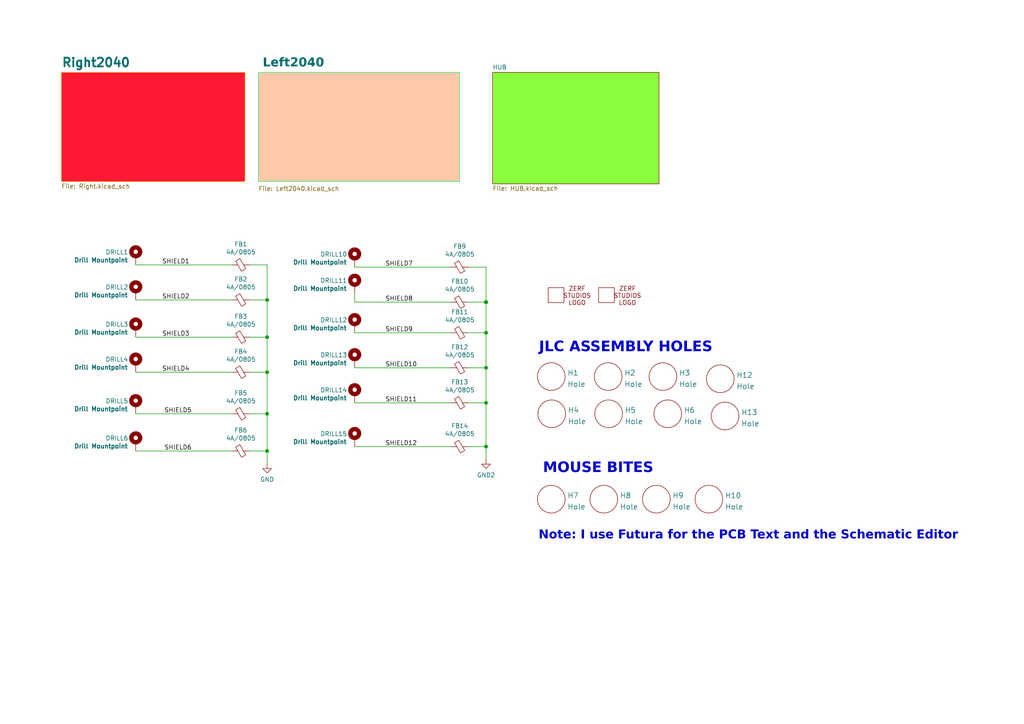
<source format=kicad_sch>
(kicad_sch (version 20230121) (generator eeschema)
  (paper "A4")
  (title_block (title "Chunkier2040 (Chunky2040 Rev 2)") (date "2023-02-11") (rev "2") (company "Zerf Studios") (comment 1 "Copyright 2023") (comment 2 "Freznel B. Sta. Ana"))
  (lib_symbols
    (symbol "Djinn-rescue:Ferrite_Bead_Small-Device" (pin_numbers hide) (pin_names (offset 0))
      (property "Reference" "FB" (at 1.905 1.27 0))
      (property "Value" "Ferrite_Bead_Small-Device" (at 1.905 -1.27 0))
      (symbol "Ferrite_Bead_Small-Device_0_1"
        (polyline (pts (xy 0 -1.27) (xy 0 -0.7874)))
        (polyline (pts (xy 0 0.889) (xy 0 1.2954)))
        (polyline (pts (xy -1.8288 0.2794) (xy -1.1176 1.4986) (xy 1.8288 -0.2032) (xy 1.1176 -1.4224) (xy -1.8288 0.2794)))
      )
      (symbol "Ferrite_Bead_Small-Device_1_1"
        (pin passive line (at 0 2.54 270) (length 1.27) (name "~") (number "1"))
        (pin passive line (at 0 -2.54 90) (length 1.27) (name "~") (number "2"))
      )
    )
    (symbol "Graphic:Logo_Open_Hardware_Large" (in_bom no) (on_board no)
      (symbol "Logo_Open_Hardware_Large_0_1"
        (rectangle (start -2.286 2.286) (end 2.286 -2.032))
        (text "ZERF\nSTUDIOS\nLOGO" (at 6.096 0 0) (effects (font (size 1.27 1.27))))
      )
    )
    (symbol "Hole_1" (pin_names (offset 1.016))
      (property "Reference" "H" (at 0 -1.27 0))
      (property "Value" "Hole" (at 0 1.27 0))
      (symbol "Hole_1_0_1"
        (circle (center 0 0) (radius 4.0132))
      )
    )
    (symbol "Hole_10" (pin_names (offset 1.016))
      (property "Reference" "H" (at 0 -1.27 0))
      (property "Value" "Hole" (at 0 1.27 0))
      (symbol "Hole_10_0_1"
        (circle (center 0 0) (radius 4.0132))
      )
    )
    (symbol "Hole_11" (pin_names (offset 1.016))
      (property "Reference" "H" (at 0 -1.27 0))
      (property "Value" "Hole" (at 0 1.27 0))
      (symbol "Hole_11_0_1"
        (circle (center 0 0) (radius 4.0132))
      )
    )
    (symbol "Hole_2" (pin_names (offset 1.016))
      (property "Reference" "H" (at 0 -1.27 0))
      (property "Value" "Hole" (at 0 1.27 0))
      (symbol "Hole_2_0_1"
        (circle (center 0 0) (radius 4.0132))
      )
    )
    (symbol "Hole_3" (pin_names (offset 1.016))
      (property "Reference" "H" (at 0 -1.27 0))
      (property "Value" "Hole" (at 0 1.27 0))
      (symbol "Hole_3_0_1"
        (circle (center 0 0) (radius 4.0132))
      )
    )
    (symbol "Hole_4" (pin_names (offset 1.016))
      (property "Reference" "H" (at 0 -1.27 0))
      (property "Value" "Hole" (at 0 1.27 0))
      (symbol "Hole_4_0_1"
        (circle (center 0 0) (radius 4.0132))
      )
    )
    (symbol "Hole_5" (pin_names (offset 1.016))
      (property "Reference" "H" (at 0 -1.27 0))
      (property "Value" "Hole" (at 0 1.27 0))
      (symbol "Hole_5_0_1"
        (circle (center 0 0) (radius 4.0132))
      )
    )
    (symbol "Hole_6" (pin_names (offset 1.016))
      (property "Reference" "H" (at 0 -1.27 0))
      (property "Value" "Hole" (at 0 1.27 0))
      (symbol "Hole_6_0_1"
        (circle (center 0 0) (radius 4.0132))
      )
    )
    (symbol "Hole_7" (pin_names (offset 1.016))
      (property "Reference" "H" (at 0 -1.27 0))
      (property "Value" "Hole" (at 0 1.27 0))
      (symbol "Hole_7_0_1"
        (circle (center 0 0) (radius 4.0132))
      )
    )
    (symbol "Hole_8" (pin_names (offset 1.016))
      (property "Reference" "H" (at 0 -1.27 0))
      (property "Value" "Hole" (at 0 1.27 0))
      (symbol "Hole_8_0_1"
        (circle (center 0 0) (radius 4.0132))
      )
    )
    (symbol "Hole_9" (pin_names (offset 1.016))
      (property "Reference" "H" (at 0 -1.27 0))
      (property "Value" "Hole" (at 0 1.27 0))
      (symbol "Hole_9_0_1"
        (circle (center 0 0) (radius 4.0132))
      )
    )
    (symbol "Mechanical:MountingHole_Pad" (pin_numbers hide) (pin_names (offset 1.016) hide)
      (property "Reference" "H" (at 0 6.35 0))
      (property "Value" "MountingHole_Pad" (at 0 4.445 0))
      (symbol "MountingHole_Pad_0_1"
        (circle (center 0 1.27) (radius 1.27) (stroke (width 1.27)))
      )
      (symbol "MountingHole_Pad_1_1"
        (pin input line (at 0 -2.54 90) (length 2.54) (name "1") (number "1"))
      )
    )
    (symbol "keebio:Hole" (pin_names (offset 1.016))
      (property "Reference" "H" (at 0 -1.27 0))
      (property "Value" "Hole" (at 0 1.27 0))
      (symbol "Hole_0_1"
        (circle (center 0 0) (radius 4.0132))
      )
    )
    (symbol "power:GND" (power) (pin_names (offset 0))
      (property "Value" "GND" (at 0 -3.81 0))
      (symbol "GND_0_1"
        (polyline (pts (xy 0 0) (xy 0 -1.27) (xy 1.27 -1.27) (xy 0 -2.54) (xy -1.27 -1.27) (xy 0 -1.27)))
      )
      (symbol "GND_1_1"
        (pin power_in line (at 0 0 270) (length 0) hide (name "GND") (number "1"))
      )
    )
    (symbol "power:GND2" (power) (pin_names (offset 0))
      (property "Value" "GND2" (at 0 -3.81 0))
      (symbol "GND2_0_1"
        (polyline (pts (xy 0 0) (xy 0 -1.27) (xy 1.27 -1.27) (xy 0 -2.54) (xy -1.27 -1.27) (xy 0 -1.27)))
      )
      (symbol "GND2_1_1"
        (pin power_in line (at 0 0 270) (length 0) hide (name "GND2") (number "1"))
      )
    )
    (symbol "prettylib:Ferrite_Bead_Small-Device_Chunky" (pin_numbers hide) (pin_names (offset 0))
      (property "Reference" "FB1" (at 0 6.0198 90))
      (property "Value" "4A/0805" (at 0 3.7084 90))
      (symbol "Ferrite_Bead_Small-Device_Chunky_0_1"
        (polyline (pts (xy 0 -1.27) (xy 0 -0.7874)))
        (polyline (pts (xy 0 0.889) (xy 0 1.2954)))
        (polyline (pts (xy -1.8288 0.2794) (xy -1.1176 1.4986) (xy 1.8288 -0.2032) (xy 1.1176 -1.4224) (xy -1.8288 0.2794)))
      )
      (symbol "Ferrite_Bead_Small-Device_Chunky_1_1"
        (pin passive line (at 0 2.54 270) (length 1.27) (name "~") (number "1"))
        (pin passive line (at 0 -2.54 90) (length 1.27) (name "~") (number "2"))
      )
    )
  )
  (junction (at 140.97 87.63) (diameter 1.016))
  (junction (at 77.47 130.81))
  (junction (at 77.47 86.995))
  (junction (at 140.97 96.52))
  (junction (at 140.97 129.54))
  (junction (at 77.47 107.95))
  (junction (at 140.97 116.84))
  (junction (at 140.97 106.68))
  (junction (at 77.47 120.015))
  (junction (at 77.47 97.79))
  (wire (pts (xy 77.47 76.835) (xy 77.47 86.995)))
  (wire (pts (xy 77.47 86.995) (xy 77.47 97.79)))
  (wire (pts (xy 135.89 96.52) (xy 140.97 96.52)))
  (wire (pts (xy 140.97 77.47) (xy 140.97 87.63)))
  (wire (pts (xy 102.87 96.52) (xy 130.81 96.52)))
  (wire (pts (xy 102.87 116.84) (xy 130.81 116.84)))
  (wire (pts (xy 140.97 116.84) (xy 140.97 129.54)))
  (wire (pts (xy 72.39 86.995) (xy 77.47 86.995)))
  (wire (pts (xy 72.39 120.015) (xy 77.47 120.015)))
  (wire (pts (xy 140.97 129.54) (xy 140.97 133.35)))
  (wire (pts (xy 102.87 87.63) (xy 130.81 87.63)))
  (wire (pts (xy 102.87 85.09) (xy 102.87 87.63)))
  (wire (pts (xy 39.37 120.015) (xy 67.31 120.015)))
  (wire (pts (xy 102.87 77.47) (xy 130.81 77.47)))
  (wire (pts (xy 140.97 96.52) (xy 140.97 106.68)))
  (wire (pts (xy 140.97 106.68) (xy 140.97 116.84)))
  (wire (pts (xy 72.39 107.95) (xy 77.47 107.95)))
  (wire (pts (xy 135.89 87.63) (xy 140.97 87.63)))
  (wire (pts (xy 39.37 107.95) (xy 67.31 107.95)))
  (wire (pts (xy 39.37 86.995) (xy 67.31 86.995)))
  (wire (pts (xy 39.37 130.81) (xy 67.31 130.81)))
  (wire (pts (xy 39.37 76.835) (xy 67.31 76.835)))
  (wire (pts (xy 77.47 130.81) (xy 77.47 134.62)))
  (wire (pts (xy 72.39 97.79) (xy 77.47 97.79)))
  (wire (pts (xy 135.89 77.47) (xy 140.97 77.47)))
  (wire (pts (xy 140.97 87.63) (xy 140.97 96.52)))
  (wire (pts (xy 135.89 129.54) (xy 140.97 129.54)))
  (wire (pts (xy 102.87 129.54) (xy 130.81 129.54)))
  (wire (pts (xy 77.47 97.79) (xy 77.47 107.95)))
  (wire (pts (xy 77.47 120.015) (xy 77.47 130.81)))
  (wire (pts (xy 72.39 76.835) (xy 77.47 76.835)))
  (wire (pts (xy 77.47 107.95) (xy 77.47 120.015)))
  (wire (pts (xy 135.89 116.84) (xy 140.97 116.84)))
  (wire (pts (xy 72.39 130.81) (xy 77.47 130.81)))
  (wire (pts (xy 39.37 97.79) (xy 67.31 97.79)))
  (wire (pts (xy 102.87 106.68) (xy 130.81 106.68)))
  (wire (pts (xy 135.89 106.68) (xy 140.97 106.68)))
  (text "JLC ASSEMBLY HOLES" (at 156.337 103.378 0) (effects (font (size 3 3) (thickness 0.6) bold) (justify left bottom)))
  (text "MOUSE BITES" (at 157.48 138.43 0) (effects (font (size 3 3) (thickness 0.6) bold) (justify left bottom)))
  (text "Note: I use Futura for the PCB Text and the Schematic Editor" (at 156.21 157.48 0) (effects (font (size 2.54 2.54) (thickness 0.508) bold) (justify left bottom)))
  (label "SHIELD9" (at 111.76 96.52 0))
  (label "SHIELD7" (at 111.76 77.47 0))
  (label "SHIELD8" (at 111.76 87.63 0))
  (label "SHIELD11" (at 111.76 116.84 0))
  (label "SHIELD2" (at 46.99 86.995 0))
  (label "SHIELD5" (at 47.625 120.015 0))
  (label "SHIELD3" (at 46.99 97.79 0))
  (label "SHIELD6" (at 47.625 130.81 0))
  (label "SHIELD4" (at 46.99 107.95 0))
  (label "SHIELD10" (at 111.76 106.68 0))
  (label "SHIELD12" (at 111.76 129.54 0))
  (label "SHIELD1" (at 46.99 76.835 0))
  (symbol (lib_id "Graphic:Logo_Open_Hardware_Large") (at 175.895 85.725 0) (unit 1) (in_bom no)
    (property "Reference" "LOGO2" (effects hide))
    (property "Value" "ZerfStudios_Logo" (effects hide))
    (property "Footprint" "prettylib:zerfstudios" (effects hide))
    (property "Sim.Enable" "0" (effects hide))
  )
  (symbol (lib_id "prettylib:Ferrite_Bead_Small-Device_Chunky") (at 69.85 76.835 90) (mirror x) (unit 1)
    (property "Reference" "FB1" (at 69.85 70.8152 90))
    (property "Value" "4A/0805" (at 69.85 73.1266 90))
    (property "Footprint" "prettylib:L_0805_2012Metric_Pad1.15x1.40mm_HandSolder" (effects hide))
    (property "Datasheet" "https://datasheet.lcsc.com/lcsc/2110100030_Sunlord-UPZ2012D101-4R0TF_C370576.pdf" (effects hide))
    (property "LCSC" "C370576" (effects hide))
    (property "Description" "4A 1 100Ω@100MHz ±25% 0805 Ferrite Beads ROHS" (effects hide))
    (property "MPN" "UPZ2012D101-4R0TF" (effects hide))
    (property "MPN " "UPZ2012D101-4R0T" (effects hide))
    (property "Manufacturer" "Sunlord" (effects hide))
    (property "Display value" "4A/0805" (effects hide))
  )
  (symbol (lib_name "Hole_2") (lib_id "keebio:Hole") (at 159.893 144.78 0) (unit 1)
    (property "Reference" "H7" (at 164.5412 143.7153 0) (effects (font (size 1.524 1.524)) (justify left)))
    (property "Value" "Hole" (at 164.5412 146.9943 0) (effects (font (size 1.524 1.524)) (justify left)))
    (property "Footprint" "Keebio-Parts:breakaway-mousebites" (effects hide))
  )
  (symbol (lib_name "Hole_3") (lib_id "keebio:Hole") (at 193.675 120.015 0) (unit 1)
    (property "Reference" "H6" (at 198.3232 118.9503 0) (effects (font (size 1.524 1.524)) (justify left)))
    (property "Value" "Hole" (at 198.3232 122.2293 0) (effects (font (size 1.524 1.524)) (justify left)))
    (property "Footprint" "prettylib:JLC_SMT_Assembly_Hole" (effects hide))
  )
  (symbol (lib_id "Mechanical:MountingHole_Pad") (at 102.87 114.3 0) (mirror y) (unit 1)
    (property "Reference" "DRILL14" (at 100.711 113.1316 0) (effects (justify left)))
    (property "Value" "Drill Mountpoint" (at 100.711 115.443 0) (effects (font bold) (justify left)))
    (property "Footprint" "MountingHole:MountingHole_2.2mm_M2_Pad_Via" (effects hide))
  )
  (symbol (lib_id "power:GND2") (at 140.97 133.35 0) (unit 1)
    (property "Reference" "#PWR01" (effects hide))
    (property "Value" "GND2" (at 140.97 137.7934 0))
  )
  (symbol (lib_id "Mechanical:MountingHole_Pad") (at 102.87 82.55 0) (mirror y) (unit 1)
    (property "Reference" "DRILL11" (at 100.711 81.3816 0) (effects (justify left)))
    (property "Value" "Drill Mountpoint" (at 100.711 83.693 0) (effects (font bold) (justify left)))
    (property "Footprint" "MountingHole:MountingHole_3.2mm_M3_Pad_Via" (effects hide))
  )
  (symbol (lib_id "Mechanical:MountingHole_Pad") (at 39.37 117.475 0) (mirror y) (unit 1)
    (property "Reference" "DRILL5" (at 37.211 116.3066 0) (effects (justify left)))
    (property "Value" "Drill Mountpoint" (at 37.211 118.618 0) (effects (font bold) (justify left)))
    (property "Footprint" "MountingHole:MountingHole_2.2mm_M2_Pad_Via" (effects hide))
  )
  (symbol (lib_id "Mechanical:MountingHole_Pad") (at 39.37 95.25 0) (mirror y) (unit 1)
    (property "Reference" "DRILL3" (at 37.211 94.0816 0) (effects (justify left)))
    (property "Value" "Drill Mountpoint" (at 37.211 96.393 0) (effects (font bold) (justify left)))
    (property "Footprint" "MountingHole:MountingHole_2.2mm_M2_Pad_Via" (effects hide))
  )
  (symbol (lib_name "Hole_8") (lib_id "keebio:Hole") (at 205.613 144.78 0) (unit 1)
    (property "Reference" "H10" (at 210.2612 143.7153 0) (effects (font (size 1.524 1.524)) (justify left)))
    (property "Value" "Hole" (at 210.2612 146.9943 0) (effects (font (size 1.524 1.524)) (justify left)))
    (property "Footprint" "Keebio-Parts:breakaway-mousebites" (effects hide))
  )
  (symbol (lib_id "prettylib:Ferrite_Bead_Small-Device_Chunky") (at 69.85 120.015 90) (mirror x) (unit 1)
    (property "Reference" "FB5" (at 69.85 113.9952 90))
    (property "Value" "4A/0805" (at 69.85 116.3066 90))
    (property "Footprint" "prettylib:L_0805_2012Metric_Pad1.15x1.40mm_HandSolder" (effects hide))
    (property "Datasheet" "https://datasheet.lcsc.com/lcsc/2110100030_Sunlord-UPZ2012D101-4R0TF_C370576.pdf" (effects hide))
    (property "LCSC" "C370576" (effects hide))
    (property "Description" "4A 1 100Ω@100MHz ±25% 0805 Ferrite Beads ROHS" (effects hide))
    (property "MPN" "UPZ2012D101-4R0TF" (effects hide))
    (property "MPN " "UPZ2012D101-4R0T" (effects hide))
    (property "Manufacturer" "Sunlord" (effects hide))
    (property "Display value" "4A/0805" (effects hide))
  )
  (symbol (lib_id "Mechanical:MountingHole_Pad") (at 39.37 84.455 0) (mirror y) (unit 1)
    (property "Reference" "DRILL2" (at 37.211 83.2866 0) (effects (justify left)))
    (property "Value" "Drill Mountpoint" (at 37.211 85.598 0) (effects (font bold) (justify left)))
    (property "Footprint" "MountingHole:MountingHole_3.2mm_M3_Pad_Via" (effects hide))
  )
  (symbol (lib_name "Hole_10") (lib_id "keebio:Hole") (at 160.02 120.015 0) (unit 1)
    (property "Reference" "H4" (at 164.6682 118.9503 0) (effects (font (size 1.524 1.524)) (justify left)))
    (property "Value" "Hole" (at 164.6682 122.2293 0) (effects (font (size 1.524 1.524)) (justify left)))
    (property "Footprint" "prettylib:JLC_SMT_Assembly_Hole" (effects hide))
  )
  (symbol (lib_name "Hole_11") (lib_id "keebio:Hole") (at 208.915 109.855 0) (unit 1)
    (property "Reference" "H12" (at 213.5632 108.7903 0) (effects (font (size 1.524 1.524)) (justify left)))
    (property "Value" "Hole" (at 213.5632 112.0693 0) (effects (font (size 1.524 1.524)) (justify left)))
    (property "Footprint" "prettylib:JLC_SMT_Assembly_Hole" (effects hide))
  )
  (symbol (lib_id "prettylib:Ferrite_Bead_Small-Device_Chunky") (at 133.35 106.68 90) (mirror x) (unit 1)
    (property "Reference" "FB12" (at 133.35 100.6602 90))
    (property "Value" "4A/0805" (at 133.35 102.9716 90))
    (property "Footprint" "prettylib:L_0805_2012Metric_Pad1.15x1.40mm_HandSolder" (effects hide))
    (property "Datasheet" "https://datasheet.lcsc.com/lcsc/2110100030_Sunlord-UPZ2012D101-4R0TF_C370576.pdf" (effects hide))
    (property "LCSC" "C370576" (effects hide))
    (property "Description" "4A 1 100Ω@100MHz ±25% 0805 Ferrite Beads ROHS" (effects hide))
    (property "MPN" "UPZ2012D101-4R0TF" (effects hide))
    (property "MPN " "UPZ2012D101-4R0T" (effects hide))
    (property "Manufacturer" "Sunlord" (effects hide))
    (property "Display value" "4A/0805" (effects hide))
  )
  (symbol (lib_id "power:GND") (at 77.47 134.62 0) (unit 1)
    (property "Reference" "#PWR02" (effects hide))
    (property "Value" "GND" (at 77.47 139.0634 0))
  )
  (symbol (lib_id "Mechanical:MountingHole_Pad") (at 39.37 128.27 0) (mirror y) (unit 1)
    (property "Reference" "DRILL6" (at 37.211 127.1016 0) (effects (justify left)))
    (property "Value" "Drill Mountpoint" (at 37.211 129.413 0) (effects (font bold) (justify left)))
    (property "Footprint" "MountingHole:MountingHole_2.2mm_M2_Pad_Via" (effects hide))
  )
  (symbol (lib_id "Mechanical:MountingHole_Pad") (at 102.87 127 0) (mirror y) (unit 1)
    (property "Reference" "DRILL15" (at 100.711 125.8316 0) (effects (justify left)))
    (property "Value" "Drill Mountpoint" (at 100.711 128.143 0) (effects (font bold) (justify left)))
    (property "Footprint" "MountingHole:MountingHole_2.2mm_M2_Pad_Via" (effects hide))
  )
  (symbol (lib_id "prettylib:Ferrite_Bead_Small-Device_Chunky") (at 69.85 107.95 90) (mirror x) (unit 1)
    (property "Reference" "FB4" (at 69.85 101.9302 90))
    (property "Value" "4A/0805" (at 69.85 104.2416 90))
    (property "Footprint" "prettylib:L_0805_2012Metric_Pad1.15x1.40mm_HandSolder" (effects hide))
    (property "Datasheet" "https://datasheet.lcsc.com/lcsc/2110100030_Sunlord-UPZ2012D101-4R0TF_C370576.pdf" (effects hide))
    (property "LCSC" "C370576" (effects hide))
    (property "Description" "4A 1 100Ω@100MHz ±25% 0805 Ferrite Beads ROHS" (effects hide))
    (property "MPN" "UPZ2012D101-4R0TF" (effects hide))
    (property "MPN " "UPZ2012D101-4R0T" (effects hide))
    (property "Manufacturer" "Sunlord" (effects hide))
    (property "Display value" "4A/0805" (effects hide))
  )
  (symbol (lib_id "Mechanical:MountingHole_Pad") (at 102.87 104.14 0) (mirror y) (unit 1)
    (property "Reference" "DRILL13" (at 100.711 102.9716 0) (effects (justify left)))
    (property "Value" "Drill Mountpoint" (at 100.711 105.283 0) (effects (font bold) (justify left)))
    (property "Footprint" "MountingHole:MountingHole_2.2mm_M2_Pad_Via" (effects hide))
  )
  (symbol (lib_id "Mechanical:MountingHole_Pad") (at 39.37 74.295 0) (mirror y) (unit 1)
    (property "Reference" "DRILL1" (at 37.211 73.1266 0) (effects (justify left)))
    (property "Value" "Drill Mountpoint" (at 37.211 75.438 0) (effects (font bold) (justify left)))
    (property "Footprint" "MountingHole:MountingHole_3.2mm_M3_Pad_Via" (effects hide))
  )
  (symbol (lib_name "Hole_7") (lib_id "keebio:Hole") (at 176.53 120.015 0) (unit 1)
    (property "Reference" "H5" (at 181.1782 118.9503 0) (effects (font (size 1.524 1.524)) (justify left)))
    (property "Value" "Hole" (at 181.1782 122.2293 0) (effects (font (size 1.524 1.524)) (justify left)))
    (property "Footprint" "prettylib:JLC_SMT_Assembly_Hole" (effects hide))
  )
  (symbol (lib_id "Graphic:Logo_Open_Hardware_Large") (at 161.29 85.725 0) (unit 1) (in_bom no)
    (property "Reference" "LOGO1" (effects hide))
    (property "Value" "ZerfStudios_Logo" (effects hide))
    (property "Footprint" "prettylib:zerfstudios" (effects hide))
    (property "Sim.Enable" "0" (effects hide))
  )
  (symbol (lib_name "Hole_9") (lib_id "keebio:Hole") (at 159.893 109.22 0) (unit 1)
    (property "Reference" "H1" (at 164.5412 108.1553 0) (effects (font (size 1.524 1.524)) (justify left)))
    (property "Value" "Hole" (at 164.5412 111.4343 0) (effects (font (size 1.524 1.524)) (justify left)))
    (property "Footprint" "prettylib:JLC_SMT_Assembly_Hole" (effects hide))
  )
  (symbol (lib_id "Djinn-rescue:Ferrite_Bead_Small-Device") (at 69.85 86.995 90) (mirror x) (unit 1)
    (property "Reference" "FB2" (at 69.85 80.9752 90))
    (property "Value" "4A/0805" (at 69.85 83.2866 90))
    (property "Footprint" "prettylib:L_0805_2012Metric_Pad1.15x1.40mm_HandSolder" (effects hide))
    (property "Datasheet" "https://datasheet.lcsc.com/lcsc/2110100030_Sunlord-UPZ2012D101-4R0TF_C370576.pdf" (effects hide))
    (property "LCSC" "C370576" (effects hide))
    (property "Description" "4A 1 100Ω@100MHz ±25% 0805 Ferrite Beads ROHS" (effects hide))
    (property "MPN" "UPZ2012D101-4R0TF" (effects hide))
    (property "MPN " "UPZ2012D101-4R0T" (effects hide))
    (property "Manufacturer" "Sunlord" (effects hide))
    (property "Display value" "4A/0805" (effects hide))
  )
  (symbol (lib_id "prettylib:Ferrite_Bead_Small-Device_Chunky") (at 69.85 130.81 90) (mirror x) (unit 1)
    (property "Reference" "FB6" (at 69.85 124.7902 90))
    (property "Value" "4A/0805" (at 69.85 127.1016 90))
    (property "Footprint" "prettylib:L_0805_2012Metric_Pad1.15x1.40mm_HandSolder" (effects hide))
    (property "Datasheet" "https://datasheet.lcsc.com/lcsc/2110100030_Sunlord-UPZ2012D101-4R0TF_C370576.pdf" (effects hide))
    (property "LCSC" "C370576" (effects hide))
    (property "Description" "4A 1 100Ω@100MHz ±25% 0805 Ferrite Beads ROHS" (effects hide))
    (property "MPN" "UPZ2012D101-4R0TF" (effects hide))
    (property "MPN " "UPZ2012D101-4R0T" (effects hide))
    (property "Manufacturer" "Sunlord" (effects hide))
    (property "Display value" "4A/0805" (effects hide))
  )
  (symbol (lib_id "Mechanical:MountingHole_Pad") (at 102.87 74.93 0) (mirror y) (unit 1)
    (property "Reference" "DRILL10" (at 100.711 73.7616 0) (effects (justify left)))
    (property "Value" "Drill Mountpoint" (at 100.711 76.073 0) (effects (font bold) (justify left)))
    (property "Footprint" "MountingHole:MountingHole_3.2mm_M3_Pad_Via" (effects hide))
  )
  (symbol (lib_id "prettylib:Ferrite_Bead_Small-Device_Chunky") (at 69.85 97.79 90) (mirror x) (unit 1)
    (property "Reference" "FB3" (at 69.85 91.7702 90))
    (property "Value" "4A/0805" (at 69.85 94.0816 90))
    (property "Footprint" "prettylib:L_0805_2012Metric_Pad1.15x1.40mm_HandSolder" (effects hide))
    (property "Datasheet" "https://datasheet.lcsc.com/lcsc/2110100030_Sunlord-UPZ2012D101-4R0TF_C370576.pdf" (effects hide))
    (property "LCSC" "C370576" (effects hide))
    (property "Description" "4A 1 100Ω@100MHz ±25% 0805 Ferrite Beads ROHS" (effects hide))
    (property "MPN" "UPZ2012D101-4R0TF" (effects hide))
    (property "MPN " "UPZ2012D101-4R0T" (effects hide))
    (property "Manufacturer" "Sunlord" (effects hide))
    (property "Display value" "4A/0805" (effects hide))
  )
  (symbol (lib_id "Mechanical:MountingHole_Pad") (at 39.37 105.41 0) (mirror y) (unit 1)
    (property "Reference" "DRILL4" (at 37.211 104.2416 0) (effects (justify left)))
    (property "Value" "Drill Mountpoint" (at 37.211 106.553 0) (effects (font bold) (justify left)))
    (property "Footprint" "MountingHole:MountingHole_2.2mm_M2_Pad_Via" (effects hide))
  )
  (symbol (lib_id "prettylib:Ferrite_Bead_Small-Device_Chunky") (at 133.35 87.63 90) (mirror x) (unit 1)
    (property "Reference" "FB10" (at 133.35 81.6102 90))
    (property "Value" "4A/0805" (at 133.35 83.9216 90))
    (property "Footprint" "prettylib:L_0805_2012Metric_Pad1.15x1.40mm_HandSolder" (effects hide))
    (property "Datasheet" "https://datasheet.lcsc.com/lcsc/2110100030_Sunlord-UPZ2012D101-4R0TF_C370576.pdf" (effects hide))
    (property "LCSC" "C370576" (effects hide))
    (property "Description" "4A 1 100Ω@100MHz ±25% 0805 Ferrite Beads ROHS" (effects hide))
    (property "MPN" "UPZ2012D101-4R0TF" (effects hide))
    (property "MPN " "UPZ2012D101-4R0T" (effects hide))
    (property "Manufacturer" "Sunlord" (effects hide))
    (property "Display value" "4A/0805" (effects hide))
  )
  (symbol (lib_name "Hole_1") (lib_id "keebio:Hole") (at 175.133 144.78 0) (unit 1)
    (property "Reference" "H8" (at 179.7812 143.7153 0) (effects (font (size 1.524 1.524)) (justify left)))
    (property "Value" "Hole" (at 179.7812 146.9943 0) (effects (font (size 1.524 1.524)) (justify left)))
    (property "Footprint" "Keebio-Parts:breakaway-mousebites" (effects hide))
  )
  (symbol (lib_id "prettylib:Ferrite_Bead_Small-Device_Chunky") (at 133.35 129.54 90) (mirror x) (unit 1)
    (property "Reference" "FB14" (at 133.35 123.5202 90))
    (property "Value" "4A/0805" (at 133.35 125.8316 90))
    (property "Footprint" "prettylib:L_0805_2012Metric_Pad1.15x1.40mm_HandSolder" (effects hide))
    (property "Datasheet" "https://datasheet.lcsc.com/lcsc/2110100030_Sunlord-UPZ2012D101-4R0TF_C370576.pdf" (effects hide))
    (property "LCSC" "C370576" (effects hide))
    (property "Description" "4A 1 100Ω@100MHz ±25% 0805 Ferrite Beads ROHS" (effects hide))
    (property "MPN" "UPZ2012D101-4R0TF" (effects hide))
    (property "MPN " "UPZ2012D101-4R0T" (effects hide))
    (property "Manufacturer" "Sunlord" (effects hide))
    (property "Display value" "4A/0805" (effects hide))
  )
  (symbol (lib_name "Hole_6") (lib_id "keebio:Hole") (at 190.373 144.78 0) (unit 1)
    (property "Reference" "H9" (at 195.0212 143.7153 0) (effects (font (size 1.524 1.524)) (justify left)))
    (property "Value" "Hole" (at 195.0212 146.9943 0) (effects (font (size 1.524 1.524)) (justify left)))
    (property "Footprint" "Keebio-Parts:breakaway-mousebites" (effects hide))
  )
  (symbol (lib_id "prettylib:Ferrite_Bead_Small-Device_Chunky") (at 133.35 116.84 90) (mirror x) (unit 1)
    (property "Reference" "FB13" (at 133.35 110.8202 90))
    (property "Value" "4A/0805" (at 133.35 113.1316 90))
    (property "Footprint" "prettylib:L_0805_2012Metric_Pad1.15x1.40mm_HandSolder" (effects hide))
    (property "Datasheet" "https://datasheet.lcsc.com/lcsc/2110100030_Sunlord-UPZ2012D101-4R0TF_C370576.pdf" (effects hide))
    (property "LCSC" "C370576" (effects hide))
    (property "Description" "4A 1 100Ω@100MHz ±25% 0805 Ferrite Beads ROHS" (effects hide))
    (property "MPN" "UPZ2012D101-4R0TF" (effects hide))
    (property "MPN " "UPZ2012D101-4R0T" (effects hide))
    (property "Manufacturer" "Sunlord" (effects hide))
    (property "Display value" "4A/0805" (effects hide))
  )
  (symbol (lib_id "keebio:Hole") (at 210.312 120.65 0) (unit 1)
    (property "Reference" "H13" (at 214.9602 119.5853 0) (effects (font (size 1.524 1.524)) (justify left)))
    (property "Value" "Hole" (at 214.9602 122.8643 0) (effects (font (size 1.524 1.524)) (justify left)))
    (property "Footprint" "prettylib:JLC_SMT_Assembly_Hole" (effects hide))
  )
  (symbol (lib_id "prettylib:Ferrite_Bead_Small-Device_Chunky") (at 133.35 96.52 90) (mirror x) (unit 1)
    (property "Reference" "FB11" (at 133.35 90.5002 90))
    (property "Value" "4A/0805" (at 133.35 92.8116 90))
    (property "Footprint" "prettylib:L_0805_2012Metric_Pad1.15x1.40mm_HandSolder" (effects hide))
    (property "Datasheet" "https://datasheet.lcsc.com/lcsc/2110100030_Sunlord-UPZ2012D101-4R0TF_C370576.pdf" (effects hide))
    (property "LCSC" "C370576" (effects hide))
    (property "Description" "4A 1 100Ω@100MHz ±25% 0805 Ferrite Beads ROHS" (effects hide))
    (property "MPN" "UPZ2012D101-4R0TF" (effects hide))
    (property "MPN " "UPZ2012D101-4R0T" (effects hide))
    (property "Manufacturer" "Sunlord" (effects hide))
    (property "Display value" "4A/0805" (effects hide))
  )
  (symbol (lib_name "Hole_5") (lib_id "keebio:Hole") (at 192.278 109.22 0) (unit 1)
    (property "Reference" "H3" (at 196.9262 108.1553 0) (effects (font (size 1.524 1.524)) (justify left)))
    (property "Value" "Hole" (at 196.9262 111.4343 0) (effects (font (size 1.524 1.524)) (justify left)))
    (property "Footprint" "prettylib:JLC_SMT_Assembly_Hole" (effects hide))
  )
  (symbol (lib_id "Mechanical:MountingHole_Pad") (at 102.87 93.98 0) (mirror y) (unit 1)
    (property "Reference" "DRILL12" (at 100.711 92.8116 0) (effects (justify left)))
    (property "Value" "Drill Mountpoint" (at 100.711 95.123 0) (effects (font bold) (justify left)))
    (property "Footprint" "MountingHole:MountingHole_2.2mm_M2_Pad_Via" (effects hide))
  )
  (symbol (lib_name "Hole_4") (lib_id "keebio:Hole") (at 176.403 109.22 0) (unit 1)
    (property "Reference" "H2" (at 181.0512 108.1553 0) (effects (font (size 1.524 1.524)) (justify left)))
    (property "Value" "Hole" (at 181.0512 111.4343 0) (effects (font (size 1.524 1.524)) (justify left)))
    (property "Footprint" "prettylib:JLC_SMT_Assembly_Hole" (effects hide))
  )
  (symbol (lib_id "prettylib:Ferrite_Bead_Small-Device_Chunky") (at 133.35 77.47 90) (mirror x) (unit 1)
    (property "Reference" "FB9" (at 133.35 71.4502 90))
    (property "Value" "4A/0805" (at 133.35 73.7616 90))
    (property "Footprint" "prettylib:L_0805_2012Metric_Pad1.15x1.40mm_HandSolder" (effects hide))
    (property "Datasheet" "https://datasheet.lcsc.com/lcsc/2110100030_Sunlord-UPZ2012D101-4R0TF_C370576.pdf" (effects hide))
    (property "LCSC" "C370576" (effects hide))
    (property "Description" "4A 1 100Ω@100MHz ±25% 0805 Ferrite Beads ROHS" (effects hide))
    (property "MPN" "UPZ2012D101-4R0TF" (effects hide))
    (property "MPN " "UPZ2012D101-4R0T" (effects hide))
    (property "Manufacturer" "Sunlord" (effects hide))
    (property "Display value" "4A/0805" (effects hide))
  )
  (sheet (at 74.93 20.955) (size 58.42 31.75) (stroke (width 0.1524) (color 7 255 120 1)) (fill (color 255 200 169 1.0000))
    (property "Sheetname" "Left2040" (at 76.2 19.685 0) (effects (font (size 2.54 2.54) bold) (justify left bottom)))
    (property "Sheetfile" "Left2040.kicad_sch" (at 74.93 53.975 0) (effects (justify left top)))
  )
  (sheet (at 142.875 20.955) (size 48.26 32.385) (stroke (width 0.1524)) (fill (color 137 255 61 1.0000))
    (property "Sheetname" "HUB" (at 142.875 20.2434 0) (effects (justify left bottom)))
    (property "Sheetfile" "HUB.kicad_sch" (at 142.875 53.9246 0) (effects (justify left top)))
  )
  (sheet (at 17.78 20.955) (size 53.34 31.75) (stroke (width 0.1524) (color 255 243 73 1)) (fill (color 255 24 49 1.0000))
    (property "Sheetname" "Right2040" (at 17.78 19.6084 0) (effects (font (size 2.54 2.54) bold) (justify left bottom)))
    (property "Sheetfile" "Right.kicad_sch" (at 17.78 53.2896 0) (effects (justify left top)))
  )
)
</source>
